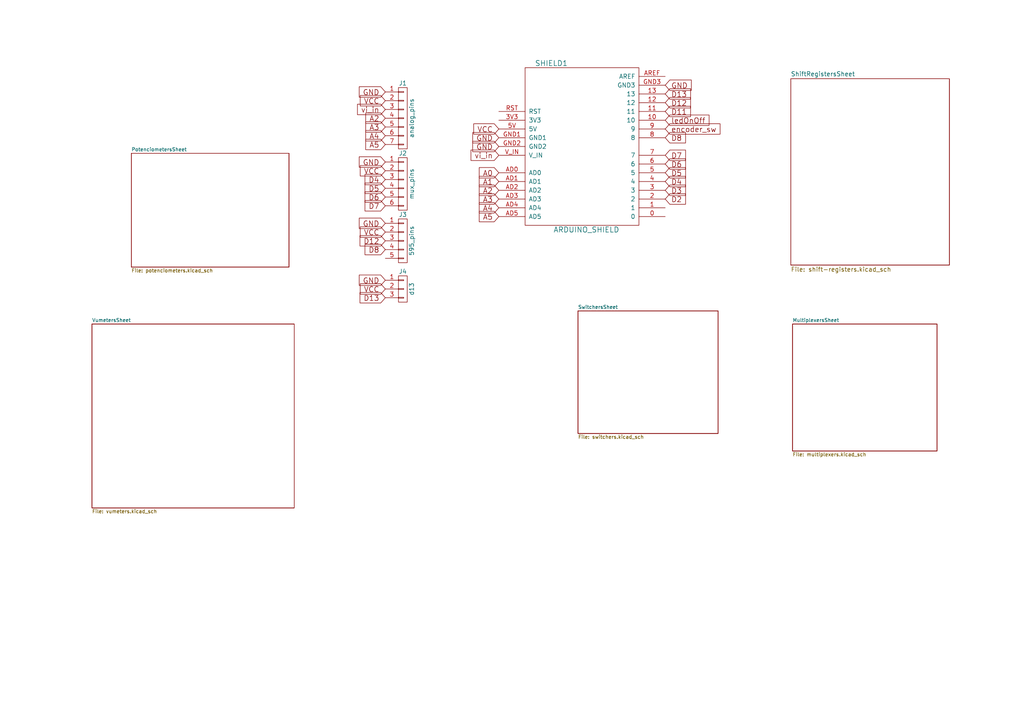
<source format=kicad_sch>
(kicad_sch (version 20210126) (generator eeschema)
  (paper "A4")
  (lib_symbols
    (symbol "Traktorino-rescue:ARDUINO_SHIELD" (pin_names (offset 1.016))
      (property "Reference" "SHIELD" (at -8.89 24.13 0))
      (property "Value" "ARDUINO_SHIELD" (at 1.27 -24.13 0))
      (symbol "ARDUINO_SHIELD_0_1"
        (rectangle (start -16.51 -22.86) (end 16.51 22.86))
      )
      (symbol "ARDUINO_SHIELD_1_1"
        (pin bidirectional line (at 24.13 -20.32 180) (length 7.62) (name "0") (number "0"))
        (pin bidirectional line (at 24.13 -17.78 180) (length 7.62) (name "1") (number "1"))
        (pin bidirectional line (at 24.13 7.62 180) (length 7.62) (name "10") (number "10"))
        (pin bidirectional line (at 24.13 10.16 180) (length 7.62) (name "11") (number "11"))
        (pin bidirectional line (at 24.13 12.7 180) (length 7.62) (name "12") (number "12"))
        (pin bidirectional line (at 24.13 15.24 180) (length 7.62) (name "13") (number "13"))
        (pin bidirectional line (at 24.13 -15.24 180) (length 7.62) (name "2") (number "2"))
        (pin bidirectional line (at 24.13 -12.7 180) (length 7.62) (name "3") (number "3"))
        (pin power_in line (at -24.13 7.62 0) (length 7.62) (name "3V3") (number "3V3"))
        (pin bidirectional line (at 24.13 -10.16 180) (length 7.62) (name "4") (number "4"))
        (pin bidirectional line (at 24.13 -7.62 180) (length 7.62) (name "5") (number "5"))
        (pin power_in line (at -24.13 5.08 0) (length 7.62) (name "5V") (number "5V"))
        (pin bidirectional line (at 24.13 -5.08 180) (length 7.62) (name "6") (number "6"))
        (pin bidirectional line (at 24.13 -2.54 180) (length 7.62) (name "7") (number "7"))
        (pin bidirectional line (at 24.13 2.54 180) (length 7.62) (name "8") (number "8"))
        (pin bidirectional line (at 24.13 5.08 180) (length 7.62) (name "9") (number "9"))
        (pin bidirectional line (at -24.13 -7.62 0) (length 7.62) (name "AD0") (number "AD0"))
        (pin bidirectional line (at -24.13 -10.16 0) (length 7.62) (name "AD1") (number "AD1"))
        (pin bidirectional line (at -24.13 -12.7 0) (length 7.62) (name "AD2") (number "AD2"))
        (pin bidirectional line (at -24.13 -15.24 0) (length 7.62) (name "AD3") (number "AD3"))
        (pin bidirectional line (at -24.13 -17.78 0) (length 7.62) (name "AD4") (number "AD4"))
        (pin bidirectional line (at -24.13 -20.32 0) (length 7.62) (name "AD5") (number "AD5"))
        (pin power_in line (at 24.13 20.32 180) (length 7.62) (name "AREF") (number "AREF"))
        (pin power_in line (at -24.13 2.54 0) (length 7.62) (name "GND1") (number "GND1"))
        (pin power_in line (at -24.13 0 0) (length 7.62) (name "GND2") (number "GND2"))
        (pin power_in line (at 24.13 17.78 180) (length 7.62) (name "GND3") (number "GND3"))
        (pin input line (at -24.13 10.16 0) (length 7.62) (name "RST") (number "RST"))
        (pin power_in line (at -24.13 -2.54 0) (length 7.62) (name "V_IN") (number "V_IN"))
      )
    )
    (symbol "Traktorino-rescue:CONN_01X03" (pin_names (offset 1.016) hide)
      (property "Reference" "J" (at 0 5.08 0))
      (property "Value" "CONN_01X03" (at 2.54 0 90))
      (symbol "CONN_01X03_0_1"
        (rectangle (start -1.27 -2.413) (end 0.254 -2.667))
        (rectangle (start -1.27 0.127) (end 0.254 -0.127))
        (rectangle (start -1.27 2.667) (end 0.254 2.413))
        (rectangle (start -1.27 3.81) (end 1.27 -3.81))
      )
      (symbol "CONN_01X03_1_1"
        (pin passive line (at -5.08 2.54 0) (length 3.81) (name "P1") (number "1"))
        (pin passive line (at -5.08 0 0) (length 3.81) (name "P2") (number "2"))
        (pin passive line (at -5.08 -2.54 0) (length 3.81) (name "P3") (number "3"))
      )
    )
    (symbol "Traktorino-rescue:CONN_01X05" (pin_names (offset 1.016) hide)
      (property "Reference" "J" (at 0 7.62 0))
      (property "Value" "CONN_01X05" (at 2.54 0 90))
      (symbol "CONN_01X05_0_1"
        (rectangle (start -1.27 -4.953) (end 0.254 -5.207))
        (rectangle (start -1.27 -2.413) (end 0.254 -2.667))
        (rectangle (start -1.27 0.127) (end 0.254 -0.127))
        (rectangle (start -1.27 2.667) (end 0.254 2.413))
        (rectangle (start -1.27 5.207) (end 0.254 4.953))
        (rectangle (start -1.27 6.35) (end 1.27 -6.35))
      )
      (symbol "CONN_01X05_1_1"
        (pin passive line (at -5.08 5.08 0) (length 3.81) (name "P1") (number "1"))
        (pin passive line (at -5.08 2.54 0) (length 3.81) (name "P2") (number "2"))
        (pin passive line (at -5.08 0 0) (length 3.81) (name "P3") (number "3"))
        (pin passive line (at -5.08 -2.54 0) (length 3.81) (name "P4") (number "4"))
        (pin passive line (at -5.08 -5.08 0) (length 3.81) (name "P5") (number "5"))
      )
    )
    (symbol "Traktorino-rescue:CONN_01X06" (pin_names (offset 1.016) hide)
      (property "Reference" "J" (at 0 8.89 0))
      (property "Value" "CONN_01X06" (at 2.54 0 90))
      (symbol "CONN_01X06_0_1"
        (rectangle (start -1.27 -6.223) (end 0.254 -6.477))
        (rectangle (start -1.27 -3.683) (end 0.254 -3.937))
        (rectangle (start -1.27 -1.143) (end 0.254 -1.397))
        (rectangle (start -1.27 1.397) (end 0.254 1.143))
        (rectangle (start -1.27 3.937) (end 0.254 3.683))
        (rectangle (start -1.27 6.477) (end 0.254 6.223))
        (rectangle (start -1.27 7.62) (end 1.27 -7.62))
      )
      (symbol "CONN_01X06_1_1"
        (pin passive line (at -5.08 6.35 0) (length 3.81) (name "P1") (number "1"))
        (pin passive line (at -5.08 3.81 0) (length 3.81) (name "P2") (number "2"))
        (pin passive line (at -5.08 1.27 0) (length 3.81) (name "P3") (number "3"))
        (pin passive line (at -5.08 -1.27 0) (length 3.81) (name "P4") (number "4"))
        (pin passive line (at -5.08 -3.81 0) (length 3.81) (name "P5") (number "5"))
        (pin passive line (at -5.08 -6.35 0) (length 3.81) (name "P6") (number "6"))
      )
    )
    (symbol "Traktorino-rescue:CONN_01X07" (pin_names (offset 1.016) hide)
      (property "Reference" "J" (at 0 10.16 0))
      (property "Value" "CONN_01X07" (at 2.54 0 90))
      (symbol "CONN_01X07_0_1"
        (rectangle (start -1.27 -8.89) (end 1.27 8.89))
        (rectangle (start -1.27 -7.493) (end 0.254 -7.747))
        (rectangle (start -1.27 -4.953) (end 0.254 -5.207))
        (rectangle (start -1.27 -2.413) (end 0.254 -2.667))
        (rectangle (start -1.27 0.127) (end 0.254 -0.127))
        (rectangle (start -1.27 2.667) (end 0.254 2.413))
        (rectangle (start -1.27 5.207) (end 0.254 4.953))
        (rectangle (start -1.27 7.747) (end 0.254 7.493))
      )
      (symbol "CONN_01X07_1_1"
        (pin passive line (at -5.08 7.62 0) (length 3.81) (name "P1") (number "1"))
        (pin passive line (at -5.08 5.08 0) (length 3.81) (name "P2") (number "2"))
        (pin passive line (at -5.08 2.54 0) (length 3.81) (name "P3") (number "3"))
        (pin passive line (at -5.08 0 0) (length 3.81) (name "P4") (number "4"))
        (pin passive line (at -5.08 -2.54 0) (length 3.81) (name "P5") (number "5"))
        (pin passive line (at -5.08 -5.08 0) (length 3.81) (name "P6") (number "6"))
        (pin passive line (at -5.08 -7.62 0) (length 3.81) (name "P7") (number "7"))
      )
    )
  )
  (global_label "GND" (shape input) (at 111.76 26.67 180) (effects (font (size 1.524 1.524))) (property "Intersheet References" "${INTERSHEET_REFS}" (effects hide)))
  (global_label "VCC" (shape input) (at 111.76 29.21 180) (effects (font (size 1.524 1.524))) (property "Intersheet References" "${INTERSHEET_REFS}" (effects hide)))
  (global_label "vi_in" (shape input) (at 111.76 31.75 180) (effects (font (size 1.524 1.524))) (property "Intersheet References" "${INTERSHEET_REFS}" (effects hide)))
  (global_label "A2" (shape input) (at 111.76 34.29 180) (effects (font (size 1.524 1.524))) (property "Intersheet References" "${INTERSHEET_REFS}" (effects hide)))
  (global_label "A3" (shape input) (at 111.76 36.83 180) (effects (font (size 1.524 1.524))) (property "Intersheet References" "${INTERSHEET_REFS}" (effects hide)))
  (global_label "A4" (shape input) (at 111.76 39.37 180) (effects (font (size 1.524 1.524))) (property "Intersheet References" "${INTERSHEET_REFS}" (effects hide)))
  (global_label "A5" (shape input) (at 111.76 41.91 180) (effects (font (size 1.524 1.524))) (property "Intersheet References" "${INTERSHEET_REFS}" (effects hide)))
  (global_label "GND" (shape input) (at 111.76 46.99 180) (effects (font (size 1.524 1.524))) (property "Intersheet References" "${INTERSHEET_REFS}" (effects hide)))
  (global_label "VCC" (shape input) (at 111.76 49.53 180) (effects (font (size 1.524 1.524))) (property "Intersheet References" "${INTERSHEET_REFS}" (effects hide)))
  (global_label "D4" (shape input) (at 111.76 52.07 180) (effects (font (size 1.524 1.524))) (property "Intersheet References" "${INTERSHEET_REFS}" (effects hide)))
  (global_label "D5" (shape input) (at 111.76 54.61 180) (effects (font (size 1.524 1.524))) (property "Intersheet References" "${INTERSHEET_REFS}" (effects hide)))
  (global_label "D6" (shape input) (at 111.76 57.15 180) (effects (font (size 1.524 1.524))) (property "Intersheet References" "${INTERSHEET_REFS}" (effects hide)))
  (global_label "D7" (shape input) (at 111.76 59.69 180) (effects (font (size 1.524 1.524))) (property "Intersheet References" "${INTERSHEET_REFS}" (effects hide)))
  (global_label "GND" (shape input) (at 111.76 64.77 180) (effects (font (size 1.524 1.524))) (property "Intersheet References" "${INTERSHEET_REFS}" (effects hide)))
  (global_label "VCC" (shape input) (at 111.76 67.31 180) (effects (font (size 1.524 1.524))) (property "Intersheet References" "${INTERSHEET_REFS}" (effects hide)))
  (global_label "D12" (shape input) (at 111.76 69.85 180) (effects (font (size 1.524 1.524))) (property "Intersheet References" "${INTERSHEET_REFS}" (effects hide)))
  (global_label "D8" (shape input) (at 111.76 72.39 180) (effects (font (size 1.524 1.524))) (property "Intersheet References" "${INTERSHEET_REFS}" (effects hide)))
  (global_label "GND" (shape input) (at 111.76 81.28 180) (effects (font (size 1.524 1.524))) (property "Intersheet References" "${INTERSHEET_REFS}" (effects hide)))
  (global_label "VCC" (shape input) (at 111.76 83.82 180) (effects (font (size 1.524 1.524))) (property "Intersheet References" "${INTERSHEET_REFS}" (effects hide)))
  (global_label "D13" (shape input) (at 111.76 86.36 180) (effects (font (size 1.524 1.524))) (property "Intersheet References" "${INTERSHEET_REFS}" (effects hide)))
  (global_label "VCC" (shape input) (at 144.6784 37.4142 180) (effects (font (size 1.524 1.524))) (property "Intersheet References" "${INTERSHEET_REFS}" (effects hide)))
  (global_label "GND" (shape input) (at 144.6784 39.9542 180) (effects (font (size 1.524 1.524))) (property "Intersheet References" "${INTERSHEET_REFS}" (effects hide)))
  (global_label "GND" (shape input) (at 144.6784 42.4942 180) (effects (font (size 1.524 1.524))) (property "Intersheet References" "${INTERSHEET_REFS}" (effects hide)))
  (global_label "vi_in" (shape input) (at 144.6784 45.0342 180) (effects (font (size 1.524 1.524))) (property "Intersheet References" "${INTERSHEET_REFS}" (effects hide)))
  (global_label "A0" (shape input) (at 144.6784 50.1142 180) (effects (font (size 1.524 1.524))) (property "Intersheet References" "${INTERSHEET_REFS}" (effects hide)))
  (global_label "A1" (shape input) (at 144.6784 52.6542 180) (effects (font (size 1.524 1.524))) (property "Intersheet References" "${INTERSHEET_REFS}" (effects hide)))
  (global_label "A2" (shape input) (at 144.6784 55.1942 180) (effects (font (size 1.524 1.524))) (property "Intersheet References" "${INTERSHEET_REFS}" (effects hide)))
  (global_label "A3" (shape input) (at 144.6784 57.7342 180) (effects (font (size 1.524 1.524))) (property "Intersheet References" "${INTERSHEET_REFS}" (effects hide)))
  (global_label "A4" (shape input) (at 144.6784 60.2742 180) (effects (font (size 1.524 1.524))) (property "Intersheet References" "${INTERSHEET_REFS}" (effects hide)))
  (global_label "A5" (shape input) (at 144.6784 62.8142 180) (effects (font (size 1.524 1.524))) (property "Intersheet References" "${INTERSHEET_REFS}" (effects hide)))
  (global_label "GND" (shape input) (at 192.9384 24.7142 0) (effects (font (size 1.524 1.524))) (property "Intersheet References" "${INTERSHEET_REFS}" (effects hide)))
  (global_label "D13" (shape input) (at 192.9384 27.2542 0) (effects (font (size 1.524 1.524))) (property "Intersheet References" "${INTERSHEET_REFS}" (effects hide)))
  (global_label "D12" (shape input) (at 192.9384 29.7942 0) (effects (font (size 1.524 1.524))) (property "Intersheet References" "${INTERSHEET_REFS}" (effects hide)))
  (global_label "D11" (shape input) (at 192.9384 32.3342 0) (effects (font (size 1.524 1.524))) (property "Intersheet References" "${INTERSHEET_REFS}" (effects hide)))
  (global_label "ledOnOff" (shape input) (at 192.9384 34.8742 0) (effects (font (size 1.524 1.524))) (property "Intersheet References" "${INTERSHEET_REFS}" (effects hide)))
  (global_label "encoder_sw" (shape input) (at 192.9384 37.4142 0) (effects (font (size 1.524 1.524))) (property "Intersheet References" "${INTERSHEET_REFS}" (effects hide)))
  (global_label "D8" (shape input) (at 192.9384 39.9542 0) (effects (font (size 1.524 1.524))) (property "Intersheet References" "${INTERSHEET_REFS}" (effects hide)))
  (global_label "D7" (shape input) (at 192.9384 45.0342 0) (effects (font (size 1.524 1.524))) (property "Intersheet References" "${INTERSHEET_REFS}" (effects hide)))
  (global_label "D6" (shape input) (at 192.9384 47.5742 0) (effects (font (size 1.524 1.524))) (property "Intersheet References" "${INTERSHEET_REFS}" (effects hide)))
  (global_label "D5" (shape input) (at 192.9384 50.1142 0) (effects (font (size 1.524 1.524))) (property "Intersheet References" "${INTERSHEET_REFS}" (effects hide)))
  (global_label "D4" (shape input) (at 192.9384 52.6542 0) (effects (font (size 1.524 1.524))) (property "Intersheet References" "${INTERSHEET_REFS}" (effects hide)))
  (global_label "D3" (shape input) (at 192.9384 55.1942 0) (effects (font (size 1.524 1.524))) (property "Intersheet References" "${INTERSHEET_REFS}" (effects hide)))
  (global_label "D2" (shape input) (at 192.9384 57.7342 0) (effects (font (size 1.524 1.524))) (property "Intersheet References" "${INTERSHEET_REFS}" (effects hide)))
  (symbol (lib_id "Traktorino-rescue:CONN_01X03") (at 116.84 83.82 0) (unit 1)
    (property "Reference" "J4" (at 116.84 78.74 0))
    (property "Value" "d13" (at 119.38 83.82 90))
    (property "Footprint" "Pin_Headers:Pin_Header_Straight_1x03_Pitch2.54mm" (effects hide))
  )
  (symbol (lib_id "Traktorino-rescue:CONN_01X05") (at 116.84 69.85 0) (unit 1)
    (property "Reference" "J3" (at 116.84 62.23 0))
    (property "Value" "595_pins" (at 119.38 69.85 90))
    (property "Footprint" "Pin_Headers:Pin_Header_Straight_1x05_Pitch2.54mm" (effects hide))
  )
  (symbol (lib_id "Traktorino-rescue:CONN_01X06") (at 116.84 53.34 0) (unit 1)
    (property "Reference" "J2" (at 116.84 44.45 0))
    (property "Value" "mux_pins" (at 119.38 53.34 90))
    (property "Footprint" "Pin_Headers:Pin_Header_Straight_1x06_Pitch2.54mm" (effects hide))
  )
  (symbol (lib_id "Traktorino-rescue:CONN_01X07") (at 116.84 34.29 0) (unit 1)
    (property "Reference" "J1" (at 116.84 24.13 0))
    (property "Value" "analog_pins" (at 119.38 34.29 90))
    (property "Footprint" "Pin_Headers:Pin_Header_Straight_1x07_Pitch2.54mm" (effects hide))
  )
  (symbol (lib_id "Traktorino-rescue:ARDUINO_SHIELD") (at 168.8084 42.4942 0) (unit 1)
    (property "Reference" "SHIELD1" (at 159.9184 18.3642 0) (effects (font (size 1.524 1.524))))
    (property "Value" "ARDUINO_SHIELD" (at 170.0784 66.6242 0) (effects (font (size 1.524 1.524))))
    (property "Footprint" "arduino_shields:ARDUINO_SHIELD_2_040pins" (effects hide))
  )
  (sheet (at 229.87 93.98) (size 41.91 36.83)
    (property "Sheet name" "MultiplexersSheet" (at 229.87 93.4715 0) (effects (font (size 1.016 1.016)) (justify left bottom)))
    (property "Sheet file" "multiplexers.kicad_sch" (at 229.87 131.2169 0) (effects (font (size 1.016 1.016)) (justify left top)))
  )
  (sheet (at 38.1 44.45) (size 45.72 33.02)
    (property "Sheet name" "PotenciometersSheet" (at 38.1 43.9415 0) (effects (font (size 1.016 1.016)) (justify left bottom)))
    (property "Sheet file" "potenciometers.kicad_sch" (at 38.1 77.8769 0) (effects (font (size 1.016 1.016)) (justify left top)))
  )
  (sheet (at 229.362 22.8346) (size 45.9994 54.0512)
    (property "Sheet name" "ShiftRegistersSheet" (at 229.362 22.1991 0) (effects (justify left bottom)))
    (property "Sheet file" "shift-registers.kicad_sch" (at 229.362 77.3943 0) (effects (justify left top)))
  )
  (sheet (at 167.64 90.17) (size 40.64 35.56)
    (property "Sheet name" "SwitchersSheet" (at 167.64 89.6615 0) (effects (font (size 1.016 1.016)) (justify left bottom)))
    (property "Sheet file" "switchers.kicad_sch" (at 167.64 126.1369 0) (effects (font (size 1.016 1.016)) (justify left top)))
  )
  (sheet (at 26.67 93.98) (size 58.674 53.34)
    (property "Sheet name" "VumetersSheet" (at 26.67 93.4715 0) (effects (font (size 1.016 1.016)) (justify left bottom)))
    (property "Sheet file" "vumeters.kicad_sch" (at 26.67 147.7269 0) (effects (font (size 1.016 1.016)) (justify left top)))
  )
)
</source>
